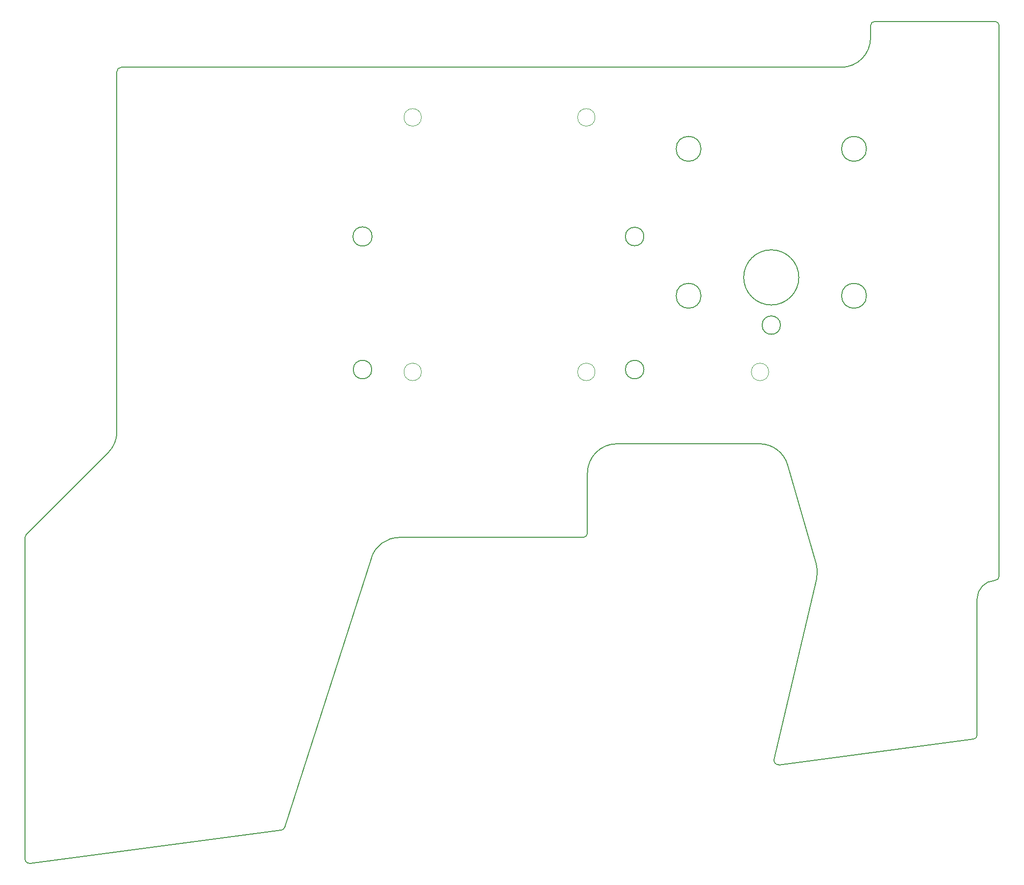
<source format=gbr>
%TF.GenerationSoftware,KiCad,Pcbnew,(5.1.12-1-10_14)*%
%TF.CreationDate,2021-11-24T13:08:03+11:00*%
%TF.ProjectId,Select JETT Panel PCB V2,53656c65-6374-4204-9a45-54542050616e,rev?*%
%TF.SameCoordinates,Original*%
%TF.FileFunction,Profile,NP*%
%FSLAX46Y46*%
G04 Gerber Fmt 4.6, Leading zero omitted, Abs format (unit mm)*
G04 Created by KiCad (PCBNEW (5.1.12-1-10_14)) date 2021-11-24 13:08:03*
%MOMM*%
%LPD*%
G01*
G04 APERTURE LIST*
%TA.AperFunction,Profile*%
%ADD10C,0.150000*%
%TD*%
%TA.AperFunction,Profile*%
%ADD11C,0.050000*%
%TD*%
%TA.AperFunction,Profile*%
%ADD12C,0.200000*%
%TD*%
G04 APERTURE END LIST*
D10*
X171940000Y-58590000D02*
G75*
G03*
X171940000Y-58590000I-1600000J0D01*
G01*
X171940000Y-81590000D02*
G75*
G03*
X171940000Y-81590000I-1600000J0D01*
G01*
X125000000Y-58590000D02*
G75*
G03*
X125000000Y-58590000I-1660000J0D01*
G01*
X124940000Y-81590000D02*
G75*
G03*
X124940000Y-81590000I-1600000J0D01*
G01*
D11*
X163510000Y-38000000D02*
G75*
G03*
X163510000Y-38000000I-1510000J0D01*
G01*
X133510000Y-38000000D02*
G75*
G03*
X133510000Y-38000000I-1510000J0D01*
G01*
X133510000Y-82000000D02*
G75*
G03*
X133510000Y-82000000I-1510000J0D01*
G01*
X163510000Y-82000000D02*
G75*
G03*
X163510000Y-82000000I-1510000J0D01*
G01*
X193510000Y-82000000D02*
G75*
G03*
X193510000Y-82000000I-1510000J0D01*
G01*
D12*
X198704200Y-65659000D02*
G75*
G03*
X198704200Y-65659000I-4762500J0D01*
G01*
X81673694Y-29337018D02*
X206006694Y-29337000D01*
X80911703Y-92345714D02*
X80911695Y-30099018D01*
X228839172Y-145495818D02*
X195288590Y-149912841D01*
X194447231Y-148983488D02*
X201767059Y-117750373D01*
X211848693Y-21399499D02*
X232549693Y-21399498D01*
X211086694Y-24257001D02*
X211086693Y-22161501D01*
X161429704Y-110616997D02*
X129699459Y-110616997D01*
X181806850Y-43434000D02*
G75*
G03*
X181806850Y-43434000I-2152650J0D01*
G01*
X210381850Y-43434000D02*
G75*
G03*
X210381850Y-43434000I-2152650J0D01*
G01*
X195529200Y-73914000D02*
G75*
G03*
X195529200Y-73914000I-1587500J0D01*
G01*
X65259892Y-110101735D02*
X79423806Y-95937816D01*
X162191704Y-99504497D02*
X162191704Y-109854997D01*
X191896940Y-94424497D02*
X167271704Y-94424497D01*
X181806850Y-68834000D02*
G75*
G03*
X181806850Y-68834000I-2152650J0D01*
G01*
X109262411Y-161238395D02*
X65898168Y-166947405D01*
X201702416Y-115184498D02*
X196778284Y-98097769D01*
X210381850Y-68834000D02*
G75*
G03*
X210381850Y-68834000I-2152650J0D01*
G01*
X65036707Y-166191924D02*
X65036707Y-110640550D01*
X124863295Y-114142031D02*
X109888375Y-160716158D01*
X229501708Y-121221497D02*
X229501711Y-144740337D01*
X233311693Y-22161498D02*
X233311706Y-117286545D01*
X232549693Y-21399498D02*
G75*
G02*
X233311693Y-22161498I0J-762000D01*
G01*
X233311707Y-117285898D02*
G75*
G02*
X232574288Y-118048149I-762001J-647D01*
G01*
X229501709Y-121224187D02*
G75*
G02*
X232574288Y-118048149I3174998J2691D01*
G01*
X211086692Y-22161502D02*
G75*
G02*
X211848693Y-21399499I762002J1D01*
G01*
X211086693Y-24257001D02*
G75*
G02*
X206006694Y-29337000I-5079999J0D01*
G01*
X201701582Y-115181603D02*
G75*
G02*
X201767059Y-117750373I-4880510J-1409623D01*
G01*
X229501711Y-144740337D02*
G75*
G02*
X228839172Y-145495818I-762000J0D01*
G01*
X195288724Y-149912823D02*
G75*
G02*
X194447231Y-148983488I-99595J755463D01*
G01*
X109888473Y-160715854D02*
G75*
G02*
X109262411Y-161238395I-725523J232940D01*
G01*
X65036708Y-110640550D02*
G75*
G02*
X65259892Y-110101735I761999J0D01*
G01*
X80911695Y-30099019D02*
G75*
G02*
X81673694Y-29337018I762000J1D01*
G01*
X65898168Y-166947405D02*
G75*
G02*
X65036707Y-166191924I-99461J755481D01*
G01*
X80911703Y-92345713D02*
G75*
G02*
X79423806Y-95937816I-5080000J-1D01*
G01*
X124862641Y-114144065D02*
G75*
G02*
X129699459Y-110616996I4836818J-1552932D01*
G01*
X162191704Y-109854997D02*
G75*
G02*
X161429704Y-110616997I-762000J0D01*
G01*
X162191704Y-99504497D02*
G75*
G02*
X167271704Y-94424497I5080000J0D01*
G01*
X191899053Y-94424497D02*
G75*
G02*
X196778284Y-98097769I-2113J-5080000D01*
G01*
M02*

</source>
